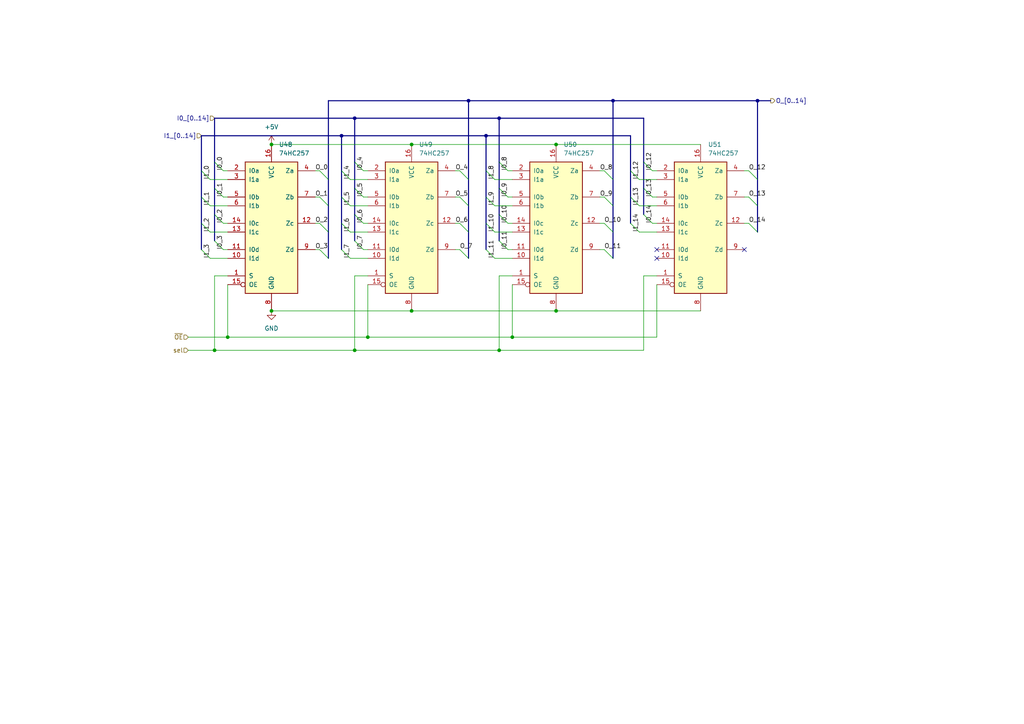
<source format=kicad_sch>
(kicad_sch (version 20250114) (generator "eeschema") (generator_version "9.0")
  (paper "A4")
  (lib_symbols
    (symbol "74xx:74LS257" (pin_names (offset 1.016))
      (property "Reference" "U" (at -7.62 19.05 0))
      (property "Value" "74LS257" (at -7.62 -21.59 0))
      (symbol "74LS257_1_0"
        (pin input line (at -12.7 15.24 0) (length 5.08) (name "I0a") (number "2"))
        (pin input line (at -12.7 12.7 0) (length 5.08) (name "I1a") (number "3"))
        (pin input line (at -12.7 7.62 0) (length 5.08) (name "I0b") (number "5"))
        (pin input line (at -12.7 5.08 0) (length 5.08) (name "I1b") (number "6"))
        (pin input line (at -12.7 0 0) (length 5.08) (name "I0c") (number "14"))
        (pin input line (at -12.7 -2.54 0) (length 5.08) (name "I1c") (number "13"))
        (pin input line (at -12.7 -7.62 0) (length 5.08) (name "I0d") (number "11"))
        (pin input line (at -12.7 -10.16 0) (length 5.08) (name "I1d") (number "10"))
        (pin input line (at -12.7 -15.24 0) (length 5.08) (name "S") (number "1"))
        (pin input inverted (at -12.7 -17.78 0) (length 5.08) (name "OE") (number "15"))
        (pin power_in line (at 0 22.86 270) (length 5.08) (name "VCC") (number "16"))
        (pin power_in line (at 0 -25.4 90) (length 5.08) (name "GND") (number "8"))
        (pin tri_state line (at 12.7 15.24 180) (length 5.08) (name "Za") (number "4"))
        (pin tri_state line (at 12.7 7.62 180) (length 5.08) (name "Zb") (number "7"))
        (pin tri_state line (at 12.7 0 180) (length 5.08) (name "Zc") (number "12"))
        (pin tri_state line (at 12.7 -7.62 180) (length 5.08) (name "Zd") (number "9"))
      )
      (symbol "74LS257_1_1"
        (rectangle (start -7.62 17.78) (end 7.62 -20.32) (stroke (width 0.254)) (fill (type background)))
      )
    )
    (symbol "power:+5V" (power) (pin_numbers (hide yes)) (pin_names (offset 0) (hide yes))
      (property "Value" "+5V" (at 0 3.556 0))
      (symbol "+5V_0_1"
        (polyline (pts (xy -0.762 1.27) (xy 0 2.54)))
        (polyline (pts (xy 0 2.54) (xy 0.762 1.27)))
        (polyline (pts (xy 0 0) (xy 0 2.54)))
      )
      (symbol "+5V_1_1"
        (pin power_in line (at 0 0 90) (length 0) (name "~") (number "1"))
      )
    )
    (symbol "power:GND" (power) (pin_numbers (hide yes)) (pin_names (offset 0) (hide yes))
      (property "Value" "GND" (at 0 -3.81 0))
      (symbol "GND_0_1"
        (polyline (pts (xy 0 0) (xy 0 -1.27) (xy 1.27 -1.27) (xy 0 -2.54) (xy -1.27 -1.27) (xy 0 -1.27)))
      )
      (symbol "GND_1_1"
        (pin power_in line (at 0 0 270) (length 0) (name "~") (number "1"))
      )
    )
  )
  (junction (at 135.89 29.21))
  (junction (at 102.87 34.29))
  (junction (at 102.87 101.6))
  (junction (at 106.68 97.79))
  (junction (at 148.59 97.79))
  (junction (at 144.78 101.6))
  (junction (at 161.29 90.17))
  (junction (at 161.29 41.91))
  (junction (at 66.04 97.79))
  (junction (at 62.23 101.6))
  (junction (at 78.74 41.91))
  (junction (at 99.06 39.37))
  (junction (at 219.71 29.21))
  (junction (at 119.38 90.17))
  (junction (at 177.8 29.21))
  (junction (at 144.78 34.29))
  (junction (at 78.74 90.17))
  (junction (at 119.38 41.91))
  (junction (at 140.97 39.37))
  (no_connect (at 215.9 72.39))
  (no_connect (at 190.5 74.93))
  (no_connect (at 190.5 72.39))
  (bus_entry (at 144.78 46.99) (size 2.54 2.54))
  (bus_entry (at 92.71 72.39) (size 2.54 2.54))
  (bus_entry (at 133.35 49.53) (size 2.54 2.54))
  (bus_entry (at 102.87 54.61) (size 2.54 2.54))
  (bus_entry (at 58.42 57.15) (size 2.54 2.54))
  (bus_entry (at 186.69 46.99) (size 2.54 2.54))
  (bus_entry (at 140.97 64.77) (size 2.54 2.54))
  (bus_entry (at 175.26 72.39) (size 2.54 2.54))
  (bus_entry (at 144.78 69.85) (size 2.54 2.54))
  (bus_entry (at 92.71 57.15) (size 2.54 2.54))
  (bus_entry (at 175.26 64.77) (size 2.54 2.54))
  (bus_entry (at 217.17 64.77) (size 2.54 2.54))
  (bus_entry (at 140.97 57.15) (size 2.54 2.54))
  (bus_entry (at 102.87 62.23) (size 2.54 2.54))
  (bus_entry (at 62.23 69.85) (size 2.54 2.54))
  (bus_entry (at 175.26 57.15) (size 2.54 2.54))
  (bus_entry (at 140.97 72.39) (size 2.54 2.54))
  (bus_entry (at 62.23 54.61) (size 2.54 2.54))
  (bus_entry (at 58.42 49.53) (size 2.54 2.54))
  (bus_entry (at 133.35 57.15) (size 2.54 2.54))
  (bus_entry (at 175.26 49.53) (size 2.54 2.54))
  (bus_entry (at 99.06 72.39) (size 2.54 2.54))
  (bus_entry (at 186.69 62.23) (size 2.54 2.54))
  (bus_entry (at 92.71 49.53) (size 2.54 2.54))
  (bus_entry (at 217.17 49.53) (size 2.54 2.54))
  (bus_entry (at 99.06 57.15) (size 2.54 2.54))
  (bus_entry (at 92.71 64.77) (size 2.54 2.54))
  (bus_entry (at 182.88 49.53) (size 2.54 2.54))
  (bus_entry (at 99.06 49.53) (size 2.54 2.54))
  (bus_entry (at 102.87 69.85) (size 2.54 2.54))
  (bus_entry (at 58.42 64.77) (size 2.54 2.54))
  (bus_entry (at 62.23 62.23) (size 2.54 2.54))
  (bus_entry (at 144.78 62.23) (size 2.54 2.54))
  (bus_entry (at 182.88 57.15) (size 2.54 2.54))
  (bus_entry (at 186.69 54.61) (size 2.54 2.54))
  (bus_entry (at 144.78 54.61) (size 2.54 2.54))
  (bus_entry (at 133.35 64.77) (size 2.54 2.54))
  (bus_entry (at 62.23 46.99) (size 2.54 2.54))
  (bus_entry (at 133.35 72.39) (size 2.54 2.54))
  (bus_entry (at 182.88 64.77) (size 2.54 2.54))
  (bus_entry (at 140.97 49.53) (size 2.54 2.54))
  (bus_entry (at 102.87 46.99) (size 2.54 2.54))
  (bus_entry (at 58.42 72.39) (size 2.54 2.54))
  (bus_entry (at 99.06 64.77) (size 2.54 2.54))
  (bus_entry (at 217.17 57.15) (size 2.54 2.54))
  (wire (pts (xy 102.87 101.6) (xy 144.78 101.6)))
  (bus (pts (xy 177.8 52.07) (xy 177.8 59.69)))
  (bus (pts (xy 182.88 57.15) (xy 182.88 64.77)))
  (wire (pts (xy 147.32 57.15) (xy 148.59 57.15)))
  (bus (pts (xy 182.88 49.53) (xy 182.88 57.15)))
  (wire (pts (xy 64.77 72.39) (xy 66.04 72.39)))
  (wire (pts (xy 119.38 41.91) (xy 161.29 41.91)))
  (wire (pts (xy 92.71 72.39) (xy 91.44 72.39)))
  (bus (pts (xy 140.97 39.37) (xy 140.97 49.53)))
  (wire (pts (xy 106.68 97.79) (xy 106.68 82.55)))
  (wire (pts (xy 105.41 57.15) (xy 106.68 57.15)))
  (wire (pts (xy 78.74 41.91) (xy 119.38 41.91)))
  (wire (pts (xy 54.61 101.6) (xy 62.23 101.6)))
  (bus (pts (xy 95.25 59.69) (xy 95.25 67.31)))
  (bus (pts (xy 177.8 29.21) (xy 177.8 52.07)))
  (bus (pts (xy 95.25 29.21) (xy 135.89 29.21)))
  (bus (pts (xy 177.8 59.69) (xy 177.8 67.31)))
  (wire (pts (xy 62.23 80.01) (xy 62.23 101.6)))
  (wire (pts (xy 147.32 49.53) (xy 148.59 49.53)))
  (bus (pts (xy 140.97 64.77) (xy 140.97 72.39)))
  (bus (pts (xy 58.42 57.15) (xy 58.42 64.77)))
  (wire (pts (xy 147.32 64.77) (xy 148.59 64.77)))
  (bus (pts (xy 144.78 34.29) (xy 186.69 34.29)))
  (wire (pts (xy 133.35 49.53) (xy 132.08 49.53)))
  (bus (pts (xy 140.97 57.15) (xy 140.97 64.77)))
  (bus (pts (xy 95.25 52.07) (xy 95.25 59.69)))
  (wire (pts (xy 66.04 82.55) (xy 66.04 97.79)))
  (wire (pts (xy 78.74 90.17) (xy 119.38 90.17)))
  (wire (pts (xy 144.78 101.6) (xy 186.69 101.6)))
  (bus (pts (xy 99.06 39.37) (xy 140.97 39.37)))
  (bus (pts (xy 102.87 62.23) (xy 102.87 69.85)))
  (bus (pts (xy 140.97 49.53) (xy 140.97 57.15)))
  (wire (pts (xy 102.87 101.6) (xy 102.87 80.01)))
  (wire (pts (xy 175.26 49.53) (xy 173.99 49.53)))
  (wire (pts (xy 185.42 59.69) (xy 190.5 59.69)))
  (bus (pts (xy 140.97 39.37) (xy 182.88 39.37)))
  (wire (pts (xy 189.23 57.15) (xy 190.5 57.15)))
  (bus (pts (xy 102.87 46.99) (xy 102.87 54.61)))
  (wire (pts (xy 101.6 74.93) (xy 106.68 74.93)))
  (bus (pts (xy 219.71 52.07) (xy 219.71 59.69)))
  (wire (pts (xy 148.59 97.79) (xy 148.59 82.55)))
  (wire (pts (xy 105.41 49.53) (xy 106.68 49.53)))
  (bus (pts (xy 99.06 64.77) (xy 99.06 72.39)))
  (wire (pts (xy 60.96 52.07) (xy 66.04 52.07)))
  (bus (pts (xy 182.88 39.37) (xy 182.88 49.53)))
  (wire (pts (xy 106.68 97.79) (xy 148.59 97.79)))
  (wire (pts (xy 217.17 49.53) (xy 215.9 49.53)))
  (wire (pts (xy 144.78 101.6) (xy 144.78 80.01)))
  (wire (pts (xy 186.69 80.01) (xy 190.5 80.01)))
  (wire (pts (xy 132.08 72.39) (xy 133.35 72.39)))
  (bus (pts (xy 186.69 34.29) (xy 186.69 46.99)))
  (wire (pts (xy 119.38 90.17) (xy 161.29 90.17)))
  (wire (pts (xy 62.23 101.6) (xy 102.87 101.6)))
  (wire (pts (xy 175.26 72.39) (xy 173.99 72.39)))
  (bus (pts (xy 62.23 46.99) (xy 62.23 54.61)))
  (wire (pts (xy 101.6 67.31) (xy 106.68 67.31)))
  (bus (pts (xy 102.87 54.61) (xy 102.87 62.23)))
  (wire (pts (xy 143.51 74.93) (xy 148.59 74.93)))
  (bus (pts (xy 135.89 67.31) (xy 135.89 74.93)))
  (wire (pts (xy 144.78 80.01) (xy 148.59 80.01)))
  (wire (pts (xy 147.32 72.39) (xy 148.59 72.39)))
  (wire (pts (xy 92.71 49.53) (xy 91.44 49.53)))
  (wire (pts (xy 143.51 67.31) (xy 148.59 67.31)))
  (wire (pts (xy 101.6 52.07) (xy 106.68 52.07)))
  (bus (pts (xy 186.69 54.61) (xy 186.69 62.23)))
  (bus (pts (xy 219.71 59.69) (xy 219.71 67.31)))
  (bus (pts (xy 177.8 67.31) (xy 177.8 74.93)))
  (bus (pts (xy 62.23 34.29) (xy 102.87 34.29)))
  (wire (pts (xy 143.51 59.69) (xy 148.59 59.69)))
  (bus (pts (xy 58.42 39.37) (xy 99.06 39.37)))
  (wire (pts (xy 133.35 64.77) (xy 132.08 64.77)))
  (bus (pts (xy 135.89 52.07) (xy 135.89 59.69)))
  (wire (pts (xy 161.29 41.91) (xy 203.2 41.91)))
  (wire (pts (xy 190.5 97.79) (xy 190.5 82.55)))
  (bus (pts (xy 144.78 62.23) (xy 144.78 69.85)))
  (bus (pts (xy 144.78 34.29) (xy 144.78 46.99)))
  (bus (pts (xy 95.25 29.21) (xy 95.25 52.07)))
  (bus (pts (xy 102.87 34.29) (xy 144.78 34.29)))
  (bus (pts (xy 62.23 54.61) (xy 62.23 62.23)))
  (wire (pts (xy 185.42 67.31) (xy 190.5 67.31)))
  (wire (pts (xy 105.41 64.77) (xy 106.68 64.77)))
  (wire (pts (xy 217.17 57.15) (xy 215.9 57.15)))
  (bus (pts (xy 144.78 46.99) (xy 144.78 54.61)))
  (wire (pts (xy 66.04 97.79) (xy 106.68 97.79)))
  (wire (pts (xy 60.96 59.69) (xy 66.04 59.69)))
  (wire (pts (xy 175.26 57.15) (xy 173.99 57.15)))
  (wire (pts (xy 161.29 90.17) (xy 203.2 90.17)))
  (wire (pts (xy 186.69 101.6) (xy 186.69 80.01)))
  (wire (pts (xy 54.61 97.79) (xy 66.04 97.79)))
  (bus (pts (xy 219.71 29.21) (xy 219.71 52.07)))
  (wire (pts (xy 64.77 64.77) (xy 66.04 64.77)))
  (wire (pts (xy 217.17 64.77) (xy 215.9 64.77)))
  (bus (pts (xy 58.42 49.53) (xy 58.42 57.15)))
  (bus (pts (xy 95.25 67.31) (xy 95.25 74.93)))
  (bus (pts (xy 102.87 34.29) (xy 102.87 46.99)))
  (wire (pts (xy 105.41 72.39) (xy 106.68 72.39)))
  (wire (pts (xy 60.96 67.31) (xy 66.04 67.31)))
  (bus (pts (xy 58.42 39.37) (xy 58.42 49.53)))
  (bus (pts (xy 58.42 64.77) (xy 58.42 72.39)))
  (bus (pts (xy 186.69 46.99) (xy 186.69 54.61)))
  (bus (pts (xy 62.23 62.23) (xy 62.23 69.85)))
  (bus (pts (xy 99.06 39.37) (xy 99.06 49.53)))
  (bus (pts (xy 62.23 34.29) (xy 62.23 46.99)))
  (wire (pts (xy 92.71 57.15) (xy 91.44 57.15)))
  (wire (pts (xy 64.77 49.53) (xy 66.04 49.53)))
  (wire (pts (xy 66.04 80.01) (xy 62.23 80.01)))
  (bus (pts (xy 135.89 59.69) (xy 135.89 67.31)))
  (wire (pts (xy 189.23 49.53) (xy 190.5 49.53)))
  (bus (pts (xy 99.06 57.15) (xy 99.06 64.77)))
  (bus (pts (xy 135.89 29.21) (xy 177.8 29.21)))
  (bus (pts (xy 99.06 49.53) (xy 99.06 57.15)))
  (wire (pts (xy 175.26 64.77) (xy 173.99 64.77)))
  (bus (pts (xy 219.71 29.21) (xy 223.52 29.21)))
  (wire (pts (xy 92.71 64.77) (xy 91.44 64.77)))
  (wire (pts (xy 102.87 80.01) (xy 106.68 80.01)))
  (wire (pts (xy 143.51 52.07) (xy 148.59 52.07)))
  (wire (pts (xy 148.59 97.79) (xy 190.5 97.79)))
  (wire (pts (xy 64.77 57.15) (xy 66.04 57.15)))
  (bus (pts (xy 177.8 29.21) (xy 219.71 29.21)))
  (bus (pts (xy 135.89 29.21) (xy 135.89 52.07)))
  (wire (pts (xy 189.23 64.77) (xy 190.5 64.77)))
  (wire (pts (xy 133.35 57.15) (xy 132.08 57.15)))
  (wire (pts (xy 185.42 52.07) (xy 190.5 52.07)))
  (wire (pts (xy 60.96 74.93) (xy 66.04 74.93)))
  (bus (pts (xy 144.78 54.61) (xy 144.78 62.23)))
  (wire (pts (xy 101.6 59.69) (xy 106.68 59.69)))
  (label "I1_9" (at 143.51 59.69 90))
  (label "O_7" (at 133.35 72.39 0))
  (label "I1_14" (at 185.42 67.31 90))
  (label "O_8" (at 173.99 49.53 0))
  (label "I1_7" (at 101.6 74.93 90))
  (label "I0_10" (at 147.32 64.77 90))
  (label "O_11" (at 175.26 72.39 0))
  (label "O_0" (at 91.44 49.53 0))
  (label "I1_3" (at 60.96 74.93 90))
  (label "O_10" (at 175.26 64.77 0))
  (label "I0_4" (at 105.41 49.53 90))
  (label "I0_12" (at 189.23 49.53 90))
  (label "I0_6" (at 105.41 64.77 90))
  (label "O_5" (at 132.08 57.15 0))
  (label "I0_7" (at 105.41 72.39 90))
  (label "I1_8" (at 143.51 52.07 90))
  (label "I1_5" (at 101.6 59.69 90))
  (label "O_14" (at 217.17 64.77 0))
  (label "O_2" (at 91.44 64.77 0))
  (label "O_6" (at 132.08 64.77 0))
  (label "I0_0" (at 64.77 49.53 90))
  (label "O_12" (at 217.17 49.53 0))
  (label "O_1" (at 91.44 57.15 0))
  (label "I1_1" (at 60.96 59.69 90))
  (label "I1_4" (at 101.6 52.07 90))
  (label "O_13" (at 217.17 57.15 0))
  (label "I0_14" (at 189.23 64.77 90))
  (label "I1_10" (at 143.51 67.31 90))
  (label "I1_0" (at 60.96 52.07 90))
  (label "I1_11" (at 143.51 74.93 90))
  (label "I0_2" (at 64.77 64.77 90))
  (label "O_9" (at 173.99 57.15 0))
  (label "I0_9" (at 147.32 57.15 90))
  (label "I1_2" (at 60.96 67.31 90))
  (label "O_4" (at 132.08 49.53 0))
  (label "I1_6" (at 101.6 67.31 90))
  (label "O_3" (at 91.44 72.39 0))
  (label "I0_5" (at 105.41 57.15 90))
  (label "I0_3" (at 64.77 72.39 90))
  (label "I1_12" (at 185.42 52.07 90))
  (label "I0_1" (at 64.77 57.15 90))
  (label "I0_13" (at 189.23 57.15 90))
  (label "I0_8" (at 147.32 49.53 90))
  (label "I1_13" (at 185.42 59.69 90))
  (label "I0_11" (at 147.32 72.39 90))
  (hierarchical_label "~{OE}" (shape input) (at 54.61 97.79 180))
  (hierarchical_label "I1_[0..14]" (shape input) (at 58.42 39.37 180))
  (hierarchical_label "O_[0..14]" (shape output) (at 223.52 29.21 0))
  (hierarchical_label "I0_[0..14]" (shape input) (at 62.23 34.29 180))
  (hierarchical_label "sel" (shape input) (at 54.61 101.6 180))
  (symbol (lib_id "power:GND") (at 78.74 90.17 0) (unit 1)
    (property "Reference" "#PWR0113" (effects (hide yes)))
    (property "Value" "GND" (at 78.74 95.25 0))
    (property "Description" "Power symbol creates a global label with name \"GND\" , ground" (effects (hide yes)))
    (instances (project "vga_video_card" (path "" (reference "#PWR0113") (unit 1)) (path "" (reference "#PWR0111") (unit 1))))
  )
  (symbol (lib_id "74xx:74LS257") (at 203.2 64.77 0) (unit 1)
    (property "Reference" "U51" (at 205.3433 41.91 0) (effects (justify left)))
    (property "Value" "74HC257" (at 205.3433 44.45 0) (effects (justify left)))
    (property "Footprint" "Package_DIP:DIP-16_W7.62mm" (effects (hide yes)))
    (property "Datasheet" "http://www.ti.com/lit/gpn/sn74LS257" (effects (hide yes)))
    (property "Description" "Quad 2 to 1 Multiplexer" (effects (hide yes)))
    (instances (project "vga_video_card" (path "" (reference "U51") (unit 1)) (path "" (reference "U47") (unit 1))))
  )
  (symbol (lib_id "74xx:74LS257") (at 119.38 64.77 0) (unit 1)
    (property "Reference" "U49" (at 121.5233 41.91 0) (effects (justify left)))
    (property "Value" "74HC257" (at 121.5233 44.45 0) (effects (justify left)))
    (property "Footprint" "Package_DIP:DIP-16_W7.62mm" (effects (hide yes)))
    (property "Datasheet" "http://www.ti.com/lit/gpn/sn74LS257" (effects (hide yes)))
    (property "Description" "Quad 2 to 1 Multiplexer" (effects (hide yes)))
    (instances (project "vga_video_card" (path "" (reference "U49") (unit 1)) (path "" (reference "U45") (unit 1))))
  )
  (symbol (lib_id "74xx:74LS257") (at 78.74 64.77 0) (unit 1)
    (property "Reference" "U48" (at 80.8833 41.91 0) (effects (justify left)))
    (property "Value" "74HC257" (at 80.8833 44.45 0) (effects (justify left)))
    (property "Footprint" "Package_DIP:DIP-16_W7.62mm" (effects (hide yes)))
    (property "Datasheet" "http://www.ti.com/lit/gpn/sn74LS257" (effects (hide yes)))
    (property "Description" "Quad 2 to 1 Multiplexer" (effects (hide yes)))
    (instances (project "vga_video_card" (path "" (reference "U48") (unit 1)) (path "" (reference "U44") (unit 1))))
  )
  (symbol (lib_id "power:+5V") (at 78.74 41.91 0) (unit 1)
    (property "Reference" "#PWR0112" (effects (hide yes)))
    (property "Value" "+5V" (at 78.74 36.83 0))
    (property "Description" "Power symbol creates a global label with name \"+5V\"" (effects (hide yes)))
    (instances (project "vga_video_card" (path "" (reference "#PWR0112") (unit 1)) (path "" (reference "#PWR0110") (unit 1))))
  )
  (symbol (lib_id "74xx:74LS257") (at 161.29 64.77 0) (unit 1)
    (property "Reference" "U50" (at 163.4333 41.91 0) (effects (justify left)))
    (property "Value" "74HC257" (at 163.4333 44.45 0) (effects (justify left)))
    (property "Footprint" "Package_DIP:DIP-16_W7.62mm" (effects (hide yes)))
    (property "Datasheet" "http://www.ti.com/lit/gpn/sn74LS257" (effects (hide yes)))
    (property "Description" "Quad 2 to 1 Multiplexer" (effects (hide yes)))
    (instances (project "vga_video_card" (path "" (reference "U50") (unit 1)) (path "" (reference "U46") (unit 1))))
  )
)
</source>
